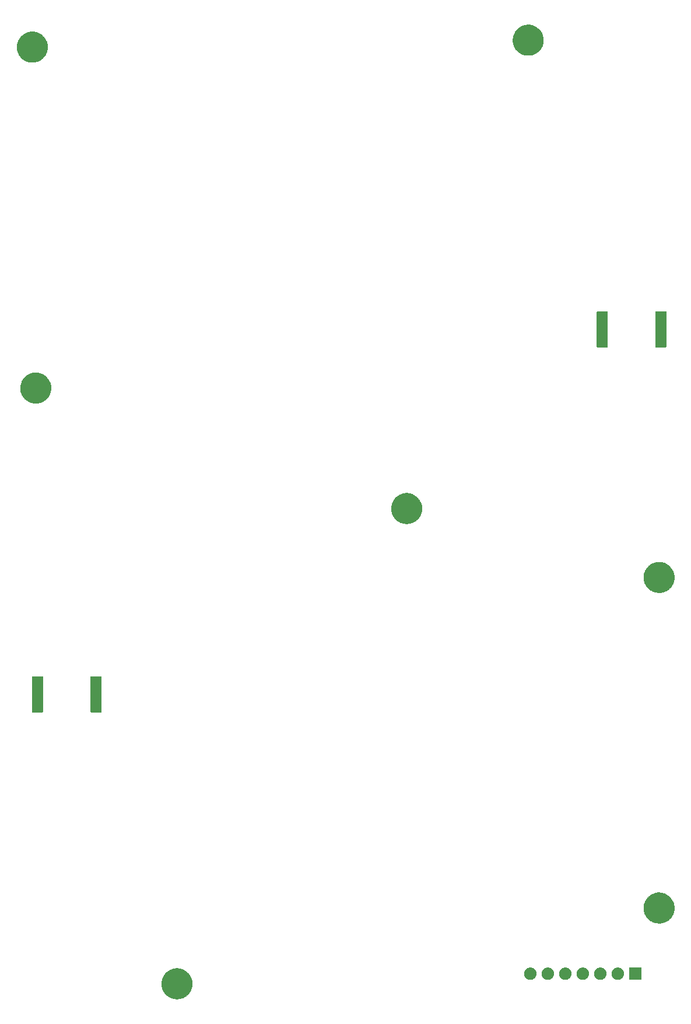
<source format=gbs>
G04 #@! TF.GenerationSoftware,KiCad,Pcbnew,(5.99.0-221-ga18d3cc)*
G04 #@! TF.CreationDate,2019-11-20T11:00:34-07:00*
G04 #@! TF.ProjectId,gva-pha202amp,6776612d-7068-4613-9230-32616d702e6b,rev?*
G04 #@! TF.SameCoordinates,Original*
G04 #@! TF.FileFunction,Soldermask,Bot*
G04 #@! TF.FilePolarity,Negative*
%FSLAX46Y46*%
G04 Gerber Fmt 4.6, Leading zero omitted, Abs format (unit mm)*
G04 Created by KiCad (PCBNEW (5.99.0-221-ga18d3cc)) date 2019-11-20 11:00:34*
%MOMM*%
%LPD*%
G04 APERTURE LIST*
%ADD10C,0.100000*%
G04 APERTURE END LIST*
D10*
G36*
X147127542Y-226749111D02*
G01*
X147149506Y-226749130D01*
X147269500Y-226765034D01*
X147399510Y-226779617D01*
X147422187Y-226785271D01*
X147442022Y-226787900D01*
X147560493Y-226819755D01*
X147689660Y-226851960D01*
X147709540Y-226859831D01*
X147726975Y-226864519D01*
X147841663Y-226912142D01*
X147967694Y-226962041D01*
X147984639Y-226971511D01*
X147999490Y-226977678D01*
X148108170Y-227040551D01*
X148228726Y-227107927D01*
X148242679Y-227118365D01*
X148254910Y-227125441D01*
X148355502Y-227202768D01*
X148468171Y-227287055D01*
X148479205Y-227297860D01*
X148488852Y-227305276D01*
X148579208Y-227395790D01*
X148681822Y-227496277D01*
X148690114Y-227506891D01*
X148697318Y-227514107D01*
X148775475Y-227616148D01*
X148865925Y-227731919D01*
X148871740Y-227741830D01*
X148876746Y-227748366D01*
X148940964Y-227859819D01*
X149017246Y-227989838D01*
X149020933Y-227998609D01*
X149024060Y-228004036D01*
X149072838Y-228122087D01*
X149133126Y-228265506D01*
X149135099Y-228272767D01*
X149136747Y-228276756D01*
X149168943Y-228397335D01*
X149211529Y-228554078D01*
X149212262Y-228559571D01*
X149212867Y-228561837D01*
X149227739Y-228675565D01*
X149251078Y-228850484D01*
X149251005Y-228853484D01*
X149251128Y-228854427D01*
X149250870Y-229149506D01*
X149242165Y-229215183D01*
X149241087Y-229259303D01*
X149223921Y-229352833D01*
X149212100Y-229442022D01*
X149197772Y-229495311D01*
X149187106Y-229553423D01*
X149158348Y-229641929D01*
X149135481Y-229726975D01*
X149113569Y-229779744D01*
X149094699Y-229837820D01*
X149055358Y-229919931D01*
X149022322Y-229999490D01*
X148992740Y-230050624D01*
X148965491Y-230107498D01*
X148916737Y-230182003D01*
X148874559Y-230254910D01*
X148837369Y-230303289D01*
X148801752Y-230357718D01*
X148744885Y-230423599D01*
X148694724Y-230488852D01*
X148650165Y-230533333D01*
X148606358Y-230584084D01*
X148542772Y-230640538D01*
X148485893Y-230697318D01*
X148434378Y-230736775D01*
X148382742Y-230782620D01*
X148313896Y-230829057D01*
X148251634Y-230876746D01*
X148193733Y-230910108D01*
X148134832Y-230949837D01*
X148062249Y-230985868D01*
X147995964Y-231024060D01*
X147932405Y-231050323D01*
X147866985Y-231082797D01*
X147792182Y-231108262D01*
X147723244Y-231136747D01*
X147654914Y-231154992D01*
X147583906Y-231179165D01*
X147508359Y-231194124D01*
X147438163Y-231212867D01*
X147366125Y-231222287D01*
X147290568Y-231237248D01*
X147215693Y-231241959D01*
X147145573Y-231251128D01*
X147070983Y-231251063D01*
X146992125Y-231256024D01*
X146919278Y-231250930D01*
X146850494Y-231250870D01*
X146774639Y-231240816D01*
X146693821Y-231235165D01*
X146624244Y-231220883D01*
X146557978Y-231212100D01*
X146482214Y-231191728D01*
X146400895Y-231175036D01*
X146335708Y-231152335D01*
X146273025Y-231135481D01*
X146198786Y-231104654D01*
X146118496Y-231076694D01*
X146058653Y-231046465D01*
X146000510Y-231022322D01*
X145929276Y-230981112D01*
X145851583Y-230941867D01*
X145797907Y-230905114D01*
X145745090Y-230874559D01*
X145678312Y-230823225D01*
X145604847Y-230772923D01*
X145557985Y-230730729D01*
X145511148Y-230694724D01*
X145450290Y-230633760D01*
X145382622Y-230572831D01*
X145343037Y-230526318D01*
X145302682Y-230485893D01*
X145249146Y-230415997D01*
X145188813Y-230345106D01*
X145156799Y-230295431D01*
X145123254Y-230251634D01*
X145078346Y-230173695D01*
X145026825Y-230093749D01*
X145002511Y-230042079D01*
X144975940Y-229995964D01*
X144940857Y-229911058D01*
X144899503Y-229823176D01*
X144882840Y-229770646D01*
X144863253Y-229723244D01*
X144839059Y-229632632D01*
X144809084Y-229538141D01*
X144799859Y-229485826D01*
X144787133Y-229438163D01*
X144774727Y-229343288D01*
X144757158Y-229243651D01*
X144755017Y-229192562D01*
X144748872Y-229145573D01*
X144748957Y-229048001D01*
X144744635Y-228944880D01*
X144749090Y-228895926D01*
X144749130Y-228850494D01*
X144762199Y-228751888D01*
X144771738Y-228647078D01*
X144782186Y-228601092D01*
X144787900Y-228557978D01*
X144814220Y-228460090D01*
X144837988Y-228355476D01*
X144853733Y-228313138D01*
X144864519Y-228273025D01*
X144904105Y-228177693D01*
X144942222Y-228075198D01*
X144962503Y-228037055D01*
X144977678Y-228000510D01*
X145030297Y-227909554D01*
X145082610Y-227811168D01*
X145106597Y-227777663D01*
X145125441Y-227745090D01*
X145190627Y-227660292D01*
X145256684Y-227568024D01*
X145283534Y-227539432D01*
X145305276Y-227511148D01*
X145382264Y-227434294D01*
X145461386Y-227350038D01*
X145490251Y-227326497D01*
X145514107Y-227302682D01*
X145601900Y-227235438D01*
X145693120Y-227161041D01*
X145723160Y-227142560D01*
X145748366Y-227123254D01*
X145845744Y-227067146D01*
X145947814Y-227004352D01*
X145978224Y-226990812D01*
X146004036Y-226975940D01*
X146109559Y-226932338D01*
X146220994Y-226882724D01*
X146251021Y-226873887D01*
X146276756Y-226863253D01*
X146388815Y-226833332D01*
X146507861Y-226798295D01*
X146536829Y-226793811D01*
X146561837Y-226787133D01*
X146678547Y-226771871D01*
X146803373Y-226752547D01*
X146830702Y-226751975D01*
X146854427Y-226748872D01*
X146973818Y-226748976D01*
X147102341Y-226746284D01*
X147127542Y-226749111D01*
G37*
G36*
X214409899Y-226641959D02*
G01*
X214426769Y-226653231D01*
X214438041Y-226670101D01*
X214444448Y-226702312D01*
X214444448Y-228377688D01*
X214441999Y-228390000D01*
X214438041Y-228409899D01*
X214426769Y-228426769D01*
X214409899Y-228438041D01*
X214390000Y-228441999D01*
X214377688Y-228444448D01*
X212702312Y-228444448D01*
X212670101Y-228438041D01*
X212653231Y-228426769D01*
X212641959Y-228409899D01*
X212635552Y-228377688D01*
X212635552Y-226702312D01*
X212641959Y-226670101D01*
X212653231Y-226653231D01*
X212670101Y-226641959D01*
X212702312Y-226635552D01*
X214377688Y-226635552D01*
X214409899Y-226641959D01*
G37*
G36*
X198488360Y-226653835D02*
G01*
X198569397Y-226680166D01*
X198656663Y-226707848D01*
X198659655Y-226709493D01*
X198668488Y-226712363D01*
X198740466Y-226753919D01*
X198811499Y-226792970D01*
X198818986Y-226799253D01*
X198832511Y-226807061D01*
X198890259Y-226859057D01*
X198946857Y-226906549D01*
X198956962Y-226919118D01*
X198973261Y-226933793D01*
X199015454Y-226991867D01*
X199057579Y-227044260D01*
X199067994Y-227064182D01*
X199084586Y-227087019D01*
X199111297Y-227147012D01*
X199139439Y-227200843D01*
X199147582Y-227228510D01*
X199161621Y-227260042D01*
X199173992Y-227318241D01*
X199189328Y-227370349D01*
X199192518Y-227405401D01*
X199200999Y-227445301D01*
X199200999Y-227498592D01*
X199205343Y-227546324D01*
X199200999Y-227587653D01*
X199200999Y-227634699D01*
X199191217Y-227680721D01*
X199186873Y-227722047D01*
X199172702Y-227767827D01*
X199161621Y-227819958D01*
X199145028Y-227857226D01*
X199134622Y-227890843D01*
X199108789Y-227938620D01*
X199084586Y-227992981D01*
X199064298Y-228020905D01*
X199050580Y-228046276D01*
X199011859Y-228093082D01*
X198973261Y-228146207D01*
X198952284Y-228165095D01*
X198937952Y-228182419D01*
X198885845Y-228224917D01*
X198832511Y-228272939D01*
X198813524Y-228283901D01*
X198801025Y-228294095D01*
X198735780Y-228328786D01*
X198668488Y-228367637D01*
X198653636Y-228372463D01*
X198645003Y-228377053D01*
X198567430Y-228400473D01*
X198488360Y-228426165D01*
X198479114Y-228427137D01*
X198475851Y-228428122D01*
X198384710Y-228437059D01*
X198347211Y-228441000D01*
X198252789Y-228441000D01*
X198111640Y-228426165D01*
X198030603Y-228399834D01*
X197943337Y-228372152D01*
X197940345Y-228370507D01*
X197931512Y-228367637D01*
X197859534Y-228326081D01*
X197788501Y-228287030D01*
X197781014Y-228280747D01*
X197767489Y-228272939D01*
X197709741Y-228220943D01*
X197653143Y-228173451D01*
X197643038Y-228160882D01*
X197626739Y-228146207D01*
X197584546Y-228088133D01*
X197542421Y-228035740D01*
X197532006Y-228015818D01*
X197515414Y-227992981D01*
X197488703Y-227932988D01*
X197460561Y-227879157D01*
X197452418Y-227851490D01*
X197438379Y-227819958D01*
X197426008Y-227761759D01*
X197410672Y-227709651D01*
X197407482Y-227674599D01*
X197399001Y-227634699D01*
X197399001Y-227581408D01*
X197394657Y-227533676D01*
X197399001Y-227492347D01*
X197399001Y-227445301D01*
X197408783Y-227399279D01*
X197413127Y-227357953D01*
X197427298Y-227312173D01*
X197438379Y-227260042D01*
X197454972Y-227222774D01*
X197465378Y-227189157D01*
X197491211Y-227141380D01*
X197515414Y-227087019D01*
X197535702Y-227059095D01*
X197549420Y-227033724D01*
X197588141Y-226986918D01*
X197626739Y-226933793D01*
X197647716Y-226914905D01*
X197662048Y-226897581D01*
X197714155Y-226855083D01*
X197767489Y-226807061D01*
X197786476Y-226796099D01*
X197798975Y-226785905D01*
X197864220Y-226751214D01*
X197931512Y-226712363D01*
X197946364Y-226707537D01*
X197954997Y-226702947D01*
X198032570Y-226679527D01*
X198111640Y-226653835D01*
X198120886Y-226652863D01*
X198124149Y-226651878D01*
X198215290Y-226642941D01*
X198252789Y-226639000D01*
X198347211Y-226639000D01*
X198488360Y-226653835D01*
G37*
G36*
X201028360Y-226653835D02*
G01*
X201109397Y-226680166D01*
X201196663Y-226707848D01*
X201199655Y-226709493D01*
X201208488Y-226712363D01*
X201280466Y-226753919D01*
X201351499Y-226792970D01*
X201358986Y-226799253D01*
X201372511Y-226807061D01*
X201430259Y-226859057D01*
X201486857Y-226906549D01*
X201496962Y-226919118D01*
X201513261Y-226933793D01*
X201555454Y-226991867D01*
X201597579Y-227044260D01*
X201607994Y-227064182D01*
X201624586Y-227087019D01*
X201651297Y-227147012D01*
X201679439Y-227200843D01*
X201687582Y-227228510D01*
X201701621Y-227260042D01*
X201713992Y-227318241D01*
X201729328Y-227370349D01*
X201732518Y-227405401D01*
X201740999Y-227445301D01*
X201740999Y-227498592D01*
X201745343Y-227546324D01*
X201740999Y-227587653D01*
X201740999Y-227634699D01*
X201731217Y-227680721D01*
X201726873Y-227722047D01*
X201712702Y-227767827D01*
X201701621Y-227819958D01*
X201685028Y-227857226D01*
X201674622Y-227890843D01*
X201648789Y-227938620D01*
X201624586Y-227992981D01*
X201604298Y-228020905D01*
X201590580Y-228046276D01*
X201551859Y-228093082D01*
X201513261Y-228146207D01*
X201492284Y-228165095D01*
X201477952Y-228182419D01*
X201425845Y-228224917D01*
X201372511Y-228272939D01*
X201353524Y-228283901D01*
X201341025Y-228294095D01*
X201275780Y-228328786D01*
X201208488Y-228367637D01*
X201193636Y-228372463D01*
X201185003Y-228377053D01*
X201107430Y-228400473D01*
X201028360Y-228426165D01*
X201019114Y-228427137D01*
X201015851Y-228428122D01*
X200924710Y-228437059D01*
X200887211Y-228441000D01*
X200792789Y-228441000D01*
X200651640Y-228426165D01*
X200570603Y-228399834D01*
X200483337Y-228372152D01*
X200480345Y-228370507D01*
X200471512Y-228367637D01*
X200399534Y-228326081D01*
X200328501Y-228287030D01*
X200321014Y-228280747D01*
X200307489Y-228272939D01*
X200249741Y-228220943D01*
X200193143Y-228173451D01*
X200183038Y-228160882D01*
X200166739Y-228146207D01*
X200124546Y-228088133D01*
X200082421Y-228035740D01*
X200072006Y-228015818D01*
X200055414Y-227992981D01*
X200028703Y-227932988D01*
X200000561Y-227879157D01*
X199992418Y-227851490D01*
X199978379Y-227819958D01*
X199966008Y-227761759D01*
X199950672Y-227709651D01*
X199947482Y-227674599D01*
X199939001Y-227634699D01*
X199939001Y-227581408D01*
X199934657Y-227533676D01*
X199939001Y-227492347D01*
X199939001Y-227445301D01*
X199948783Y-227399279D01*
X199953127Y-227357953D01*
X199967298Y-227312173D01*
X199978379Y-227260042D01*
X199994972Y-227222774D01*
X200005378Y-227189157D01*
X200031211Y-227141380D01*
X200055414Y-227087019D01*
X200075702Y-227059095D01*
X200089420Y-227033724D01*
X200128141Y-226986918D01*
X200166739Y-226933793D01*
X200187716Y-226914905D01*
X200202048Y-226897581D01*
X200254155Y-226855083D01*
X200307489Y-226807061D01*
X200326476Y-226796099D01*
X200338975Y-226785905D01*
X200404220Y-226751214D01*
X200471512Y-226712363D01*
X200486364Y-226707537D01*
X200494997Y-226702947D01*
X200572570Y-226679527D01*
X200651640Y-226653835D01*
X200660886Y-226652863D01*
X200664149Y-226651878D01*
X200755290Y-226642941D01*
X200792789Y-226639000D01*
X200887211Y-226639000D01*
X201028360Y-226653835D01*
G37*
G36*
X203568360Y-226653835D02*
G01*
X203649397Y-226680166D01*
X203736663Y-226707848D01*
X203739655Y-226709493D01*
X203748488Y-226712363D01*
X203820466Y-226753919D01*
X203891499Y-226792970D01*
X203898986Y-226799253D01*
X203912511Y-226807061D01*
X203970259Y-226859057D01*
X204026857Y-226906549D01*
X204036962Y-226919118D01*
X204053261Y-226933793D01*
X204095454Y-226991867D01*
X204137579Y-227044260D01*
X204147994Y-227064182D01*
X204164586Y-227087019D01*
X204191297Y-227147012D01*
X204219439Y-227200843D01*
X204227582Y-227228510D01*
X204241621Y-227260042D01*
X204253992Y-227318241D01*
X204269328Y-227370349D01*
X204272518Y-227405401D01*
X204280999Y-227445301D01*
X204280999Y-227498592D01*
X204285343Y-227546324D01*
X204280999Y-227587653D01*
X204280999Y-227634699D01*
X204271217Y-227680721D01*
X204266873Y-227722047D01*
X204252702Y-227767827D01*
X204241621Y-227819958D01*
X204225028Y-227857226D01*
X204214622Y-227890843D01*
X204188789Y-227938620D01*
X204164586Y-227992981D01*
X204144298Y-228020905D01*
X204130580Y-228046276D01*
X204091859Y-228093082D01*
X204053261Y-228146207D01*
X204032284Y-228165095D01*
X204017952Y-228182419D01*
X203965845Y-228224917D01*
X203912511Y-228272939D01*
X203893524Y-228283901D01*
X203881025Y-228294095D01*
X203815780Y-228328786D01*
X203748488Y-228367637D01*
X203733636Y-228372463D01*
X203725003Y-228377053D01*
X203647430Y-228400473D01*
X203568360Y-228426165D01*
X203559114Y-228427137D01*
X203555851Y-228428122D01*
X203464710Y-228437059D01*
X203427211Y-228441000D01*
X203332789Y-228441000D01*
X203191640Y-228426165D01*
X203110603Y-228399834D01*
X203023337Y-228372152D01*
X203020345Y-228370507D01*
X203011512Y-228367637D01*
X202939534Y-228326081D01*
X202868501Y-228287030D01*
X202861014Y-228280747D01*
X202847489Y-228272939D01*
X202789741Y-228220943D01*
X202733143Y-228173451D01*
X202723038Y-228160882D01*
X202706739Y-228146207D01*
X202664546Y-228088133D01*
X202622421Y-228035740D01*
X202612006Y-228015818D01*
X202595414Y-227992981D01*
X202568703Y-227932988D01*
X202540561Y-227879157D01*
X202532418Y-227851490D01*
X202518379Y-227819958D01*
X202506008Y-227761759D01*
X202490672Y-227709651D01*
X202487482Y-227674599D01*
X202479001Y-227634699D01*
X202479001Y-227581408D01*
X202474657Y-227533676D01*
X202479001Y-227492347D01*
X202479001Y-227445301D01*
X202488783Y-227399279D01*
X202493127Y-227357953D01*
X202507298Y-227312173D01*
X202518379Y-227260042D01*
X202534972Y-227222774D01*
X202545378Y-227189157D01*
X202571211Y-227141380D01*
X202595414Y-227087019D01*
X202615702Y-227059095D01*
X202629420Y-227033724D01*
X202668141Y-226986918D01*
X202706739Y-226933793D01*
X202727716Y-226914905D01*
X202742048Y-226897581D01*
X202794155Y-226855083D01*
X202847489Y-226807061D01*
X202866476Y-226796099D01*
X202878975Y-226785905D01*
X202944220Y-226751214D01*
X203011512Y-226712363D01*
X203026364Y-226707537D01*
X203034997Y-226702947D01*
X203112570Y-226679527D01*
X203191640Y-226653835D01*
X203200886Y-226652863D01*
X203204149Y-226651878D01*
X203295290Y-226642941D01*
X203332789Y-226639000D01*
X203427211Y-226639000D01*
X203568360Y-226653835D01*
G37*
G36*
X206108360Y-226653835D02*
G01*
X206189397Y-226680166D01*
X206276663Y-226707848D01*
X206279655Y-226709493D01*
X206288488Y-226712363D01*
X206360466Y-226753919D01*
X206431499Y-226792970D01*
X206438986Y-226799253D01*
X206452511Y-226807061D01*
X206510259Y-226859057D01*
X206566857Y-226906549D01*
X206576962Y-226919118D01*
X206593261Y-226933793D01*
X206635454Y-226991867D01*
X206677579Y-227044260D01*
X206687994Y-227064182D01*
X206704586Y-227087019D01*
X206731297Y-227147012D01*
X206759439Y-227200843D01*
X206767582Y-227228510D01*
X206781621Y-227260042D01*
X206793992Y-227318241D01*
X206809328Y-227370349D01*
X206812518Y-227405401D01*
X206820999Y-227445301D01*
X206820999Y-227498592D01*
X206825343Y-227546324D01*
X206820999Y-227587653D01*
X206820999Y-227634699D01*
X206811217Y-227680721D01*
X206806873Y-227722047D01*
X206792702Y-227767827D01*
X206781621Y-227819958D01*
X206765028Y-227857226D01*
X206754622Y-227890843D01*
X206728789Y-227938620D01*
X206704586Y-227992981D01*
X206684298Y-228020905D01*
X206670580Y-228046276D01*
X206631859Y-228093082D01*
X206593261Y-228146207D01*
X206572284Y-228165095D01*
X206557952Y-228182419D01*
X206505845Y-228224917D01*
X206452511Y-228272939D01*
X206433524Y-228283901D01*
X206421025Y-228294095D01*
X206355780Y-228328786D01*
X206288488Y-228367637D01*
X206273636Y-228372463D01*
X206265003Y-228377053D01*
X206187430Y-228400473D01*
X206108360Y-228426165D01*
X206099114Y-228427137D01*
X206095851Y-228428122D01*
X206004710Y-228437059D01*
X205967211Y-228441000D01*
X205872789Y-228441000D01*
X205731640Y-228426165D01*
X205650603Y-228399834D01*
X205563337Y-228372152D01*
X205560345Y-228370507D01*
X205551512Y-228367637D01*
X205479534Y-228326081D01*
X205408501Y-228287030D01*
X205401014Y-228280747D01*
X205387489Y-228272939D01*
X205329741Y-228220943D01*
X205273143Y-228173451D01*
X205263038Y-228160882D01*
X205246739Y-228146207D01*
X205204546Y-228088133D01*
X205162421Y-228035740D01*
X205152006Y-228015818D01*
X205135414Y-227992981D01*
X205108703Y-227932988D01*
X205080561Y-227879157D01*
X205072418Y-227851490D01*
X205058379Y-227819958D01*
X205046008Y-227761759D01*
X205030672Y-227709651D01*
X205027482Y-227674599D01*
X205019001Y-227634699D01*
X205019001Y-227581408D01*
X205014657Y-227533676D01*
X205019001Y-227492347D01*
X205019001Y-227445301D01*
X205028783Y-227399279D01*
X205033127Y-227357953D01*
X205047298Y-227312173D01*
X205058379Y-227260042D01*
X205074972Y-227222774D01*
X205085378Y-227189157D01*
X205111211Y-227141380D01*
X205135414Y-227087019D01*
X205155702Y-227059095D01*
X205169420Y-227033724D01*
X205208141Y-226986918D01*
X205246739Y-226933793D01*
X205267716Y-226914905D01*
X205282048Y-226897581D01*
X205334155Y-226855083D01*
X205387489Y-226807061D01*
X205406476Y-226796099D01*
X205418975Y-226785905D01*
X205484220Y-226751214D01*
X205551512Y-226712363D01*
X205566364Y-226707537D01*
X205574997Y-226702947D01*
X205652570Y-226679527D01*
X205731640Y-226653835D01*
X205740886Y-226652863D01*
X205744149Y-226651878D01*
X205835290Y-226642941D01*
X205872789Y-226639000D01*
X205967211Y-226639000D01*
X206108360Y-226653835D01*
G37*
G36*
X208648360Y-226653835D02*
G01*
X208729397Y-226680166D01*
X208816663Y-226707848D01*
X208819655Y-226709493D01*
X208828488Y-226712363D01*
X208900466Y-226753919D01*
X208971499Y-226792970D01*
X208978986Y-226799253D01*
X208992511Y-226807061D01*
X209050259Y-226859057D01*
X209106857Y-226906549D01*
X209116962Y-226919118D01*
X209133261Y-226933793D01*
X209175454Y-226991867D01*
X209217579Y-227044260D01*
X209227994Y-227064182D01*
X209244586Y-227087019D01*
X209271297Y-227147012D01*
X209299439Y-227200843D01*
X209307582Y-227228510D01*
X209321621Y-227260042D01*
X209333992Y-227318241D01*
X209349328Y-227370349D01*
X209352518Y-227405401D01*
X209360999Y-227445301D01*
X209360999Y-227498592D01*
X209365343Y-227546324D01*
X209360999Y-227587653D01*
X209360999Y-227634699D01*
X209351217Y-227680721D01*
X209346873Y-227722047D01*
X209332702Y-227767827D01*
X209321621Y-227819958D01*
X209305028Y-227857226D01*
X209294622Y-227890843D01*
X209268789Y-227938620D01*
X209244586Y-227992981D01*
X209224298Y-228020905D01*
X209210580Y-228046276D01*
X209171859Y-228093082D01*
X209133261Y-228146207D01*
X209112284Y-228165095D01*
X209097952Y-228182419D01*
X209045845Y-228224917D01*
X208992511Y-228272939D01*
X208973524Y-228283901D01*
X208961025Y-228294095D01*
X208895780Y-228328786D01*
X208828488Y-228367637D01*
X208813636Y-228372463D01*
X208805003Y-228377053D01*
X208727430Y-228400473D01*
X208648360Y-228426165D01*
X208639114Y-228427137D01*
X208635851Y-228428122D01*
X208544710Y-228437059D01*
X208507211Y-228441000D01*
X208412789Y-228441000D01*
X208271640Y-228426165D01*
X208190603Y-228399834D01*
X208103337Y-228372152D01*
X208100345Y-228370507D01*
X208091512Y-228367637D01*
X208019534Y-228326081D01*
X207948501Y-228287030D01*
X207941014Y-228280747D01*
X207927489Y-228272939D01*
X207869741Y-228220943D01*
X207813143Y-228173451D01*
X207803038Y-228160882D01*
X207786739Y-228146207D01*
X207744546Y-228088133D01*
X207702421Y-228035740D01*
X207692006Y-228015818D01*
X207675414Y-227992981D01*
X207648703Y-227932988D01*
X207620561Y-227879157D01*
X207612418Y-227851490D01*
X207598379Y-227819958D01*
X207586008Y-227761759D01*
X207570672Y-227709651D01*
X207567482Y-227674599D01*
X207559001Y-227634699D01*
X207559001Y-227581408D01*
X207554657Y-227533676D01*
X207559001Y-227492347D01*
X207559001Y-227445301D01*
X207568783Y-227399279D01*
X207573127Y-227357953D01*
X207587298Y-227312173D01*
X207598379Y-227260042D01*
X207614972Y-227222774D01*
X207625378Y-227189157D01*
X207651211Y-227141380D01*
X207675414Y-227087019D01*
X207695702Y-227059095D01*
X207709420Y-227033724D01*
X207748141Y-226986918D01*
X207786739Y-226933793D01*
X207807716Y-226914905D01*
X207822048Y-226897581D01*
X207874155Y-226855083D01*
X207927489Y-226807061D01*
X207946476Y-226796099D01*
X207958975Y-226785905D01*
X208024220Y-226751214D01*
X208091512Y-226712363D01*
X208106364Y-226707537D01*
X208114997Y-226702947D01*
X208192570Y-226679527D01*
X208271640Y-226653835D01*
X208280886Y-226652863D01*
X208284149Y-226651878D01*
X208375290Y-226642941D01*
X208412789Y-226639000D01*
X208507211Y-226639000D01*
X208648360Y-226653835D01*
G37*
G36*
X211188360Y-226653835D02*
G01*
X211269397Y-226680166D01*
X211356663Y-226707848D01*
X211359655Y-226709493D01*
X211368488Y-226712363D01*
X211440466Y-226753919D01*
X211511499Y-226792970D01*
X211518986Y-226799253D01*
X211532511Y-226807061D01*
X211590259Y-226859057D01*
X211646857Y-226906549D01*
X211656962Y-226919118D01*
X211673261Y-226933793D01*
X211715454Y-226991867D01*
X211757579Y-227044260D01*
X211767994Y-227064182D01*
X211784586Y-227087019D01*
X211811297Y-227147012D01*
X211839439Y-227200843D01*
X211847582Y-227228510D01*
X211861621Y-227260042D01*
X211873992Y-227318241D01*
X211889328Y-227370349D01*
X211892518Y-227405401D01*
X211900999Y-227445301D01*
X211900999Y-227498592D01*
X211905343Y-227546324D01*
X211900999Y-227587653D01*
X211900999Y-227634699D01*
X211891217Y-227680721D01*
X211886873Y-227722047D01*
X211872702Y-227767827D01*
X211861621Y-227819958D01*
X211845028Y-227857226D01*
X211834622Y-227890843D01*
X211808789Y-227938620D01*
X211784586Y-227992981D01*
X211764298Y-228020905D01*
X211750580Y-228046276D01*
X211711859Y-228093082D01*
X211673261Y-228146207D01*
X211652284Y-228165095D01*
X211637952Y-228182419D01*
X211585845Y-228224917D01*
X211532511Y-228272939D01*
X211513524Y-228283901D01*
X211501025Y-228294095D01*
X211435780Y-228328786D01*
X211368488Y-228367637D01*
X211353636Y-228372463D01*
X211345003Y-228377053D01*
X211267430Y-228400473D01*
X211188360Y-228426165D01*
X211179114Y-228427137D01*
X211175851Y-228428122D01*
X211084710Y-228437059D01*
X211047211Y-228441000D01*
X210952789Y-228441000D01*
X210811640Y-228426165D01*
X210730603Y-228399834D01*
X210643337Y-228372152D01*
X210640345Y-228370507D01*
X210631512Y-228367637D01*
X210559534Y-228326081D01*
X210488501Y-228287030D01*
X210481014Y-228280747D01*
X210467489Y-228272939D01*
X210409741Y-228220943D01*
X210353143Y-228173451D01*
X210343038Y-228160882D01*
X210326739Y-228146207D01*
X210284546Y-228088133D01*
X210242421Y-228035740D01*
X210232006Y-228015818D01*
X210215414Y-227992981D01*
X210188703Y-227932988D01*
X210160561Y-227879157D01*
X210152418Y-227851490D01*
X210138379Y-227819958D01*
X210126008Y-227761759D01*
X210110672Y-227709651D01*
X210107482Y-227674599D01*
X210099001Y-227634699D01*
X210099001Y-227581408D01*
X210094657Y-227533676D01*
X210099001Y-227492347D01*
X210099001Y-227445301D01*
X210108783Y-227399279D01*
X210113127Y-227357953D01*
X210127298Y-227312173D01*
X210138379Y-227260042D01*
X210154972Y-227222774D01*
X210165378Y-227189157D01*
X210191211Y-227141380D01*
X210215414Y-227087019D01*
X210235702Y-227059095D01*
X210249420Y-227033724D01*
X210288141Y-226986918D01*
X210326739Y-226933793D01*
X210347716Y-226914905D01*
X210362048Y-226897581D01*
X210414155Y-226855083D01*
X210467489Y-226807061D01*
X210486476Y-226796099D01*
X210498975Y-226785905D01*
X210564220Y-226751214D01*
X210631512Y-226712363D01*
X210646364Y-226707537D01*
X210654997Y-226702947D01*
X210732570Y-226679527D01*
X210811640Y-226653835D01*
X210820886Y-226652863D01*
X210824149Y-226651878D01*
X210915290Y-226642941D01*
X210952789Y-226639000D01*
X211047211Y-226639000D01*
X211188360Y-226653835D01*
G37*
G36*
X217127542Y-215749111D02*
G01*
X217149506Y-215749130D01*
X217269500Y-215765034D01*
X217399510Y-215779617D01*
X217422187Y-215785271D01*
X217442022Y-215787900D01*
X217560493Y-215819755D01*
X217689660Y-215851960D01*
X217709540Y-215859831D01*
X217726975Y-215864519D01*
X217841663Y-215912142D01*
X217967694Y-215962041D01*
X217984639Y-215971511D01*
X217999490Y-215977678D01*
X218108170Y-216040551D01*
X218228726Y-216107927D01*
X218242679Y-216118365D01*
X218254910Y-216125441D01*
X218355502Y-216202768D01*
X218468171Y-216287055D01*
X218479205Y-216297860D01*
X218488852Y-216305276D01*
X218579208Y-216395790D01*
X218681822Y-216496277D01*
X218690114Y-216506891D01*
X218697318Y-216514107D01*
X218775475Y-216616148D01*
X218865925Y-216731919D01*
X218871740Y-216741830D01*
X218876746Y-216748366D01*
X218940964Y-216859819D01*
X219017246Y-216989838D01*
X219020933Y-216998609D01*
X219024060Y-217004036D01*
X219072838Y-217122087D01*
X219133126Y-217265506D01*
X219135099Y-217272767D01*
X219136747Y-217276756D01*
X219168943Y-217397335D01*
X219211529Y-217554078D01*
X219212262Y-217559571D01*
X219212867Y-217561837D01*
X219227739Y-217675565D01*
X219251078Y-217850484D01*
X219251005Y-217853484D01*
X219251128Y-217854427D01*
X219250870Y-218149506D01*
X219242165Y-218215183D01*
X219241087Y-218259303D01*
X219223921Y-218352833D01*
X219212100Y-218442022D01*
X219197772Y-218495311D01*
X219187106Y-218553423D01*
X219158348Y-218641929D01*
X219135481Y-218726975D01*
X219113569Y-218779744D01*
X219094699Y-218837820D01*
X219055358Y-218919931D01*
X219022322Y-218999490D01*
X218992740Y-219050624D01*
X218965491Y-219107498D01*
X218916737Y-219182003D01*
X218874559Y-219254910D01*
X218837369Y-219303289D01*
X218801752Y-219357718D01*
X218744885Y-219423599D01*
X218694724Y-219488852D01*
X218650165Y-219533333D01*
X218606358Y-219584084D01*
X218542772Y-219640538D01*
X218485893Y-219697318D01*
X218434378Y-219736775D01*
X218382742Y-219782620D01*
X218313896Y-219829057D01*
X218251634Y-219876746D01*
X218193733Y-219910108D01*
X218134832Y-219949837D01*
X218062249Y-219985868D01*
X217995964Y-220024060D01*
X217932405Y-220050323D01*
X217866985Y-220082797D01*
X217792182Y-220108262D01*
X217723244Y-220136747D01*
X217654914Y-220154992D01*
X217583906Y-220179165D01*
X217508359Y-220194124D01*
X217438163Y-220212867D01*
X217366125Y-220222287D01*
X217290568Y-220237248D01*
X217215693Y-220241959D01*
X217145573Y-220251128D01*
X217070983Y-220251063D01*
X216992125Y-220256024D01*
X216919278Y-220250930D01*
X216850494Y-220250870D01*
X216774639Y-220240816D01*
X216693821Y-220235165D01*
X216624244Y-220220883D01*
X216557978Y-220212100D01*
X216482214Y-220191728D01*
X216400895Y-220175036D01*
X216335708Y-220152335D01*
X216273025Y-220135481D01*
X216198786Y-220104654D01*
X216118496Y-220076694D01*
X216058653Y-220046465D01*
X216000510Y-220022322D01*
X215929276Y-219981112D01*
X215851583Y-219941867D01*
X215797907Y-219905114D01*
X215745090Y-219874559D01*
X215678312Y-219823225D01*
X215604847Y-219772923D01*
X215557985Y-219730729D01*
X215511148Y-219694724D01*
X215450290Y-219633760D01*
X215382622Y-219572831D01*
X215343037Y-219526318D01*
X215302682Y-219485893D01*
X215249146Y-219415997D01*
X215188813Y-219345106D01*
X215156799Y-219295431D01*
X215123254Y-219251634D01*
X215078346Y-219173695D01*
X215026825Y-219093749D01*
X215002511Y-219042079D01*
X214975940Y-218995964D01*
X214940857Y-218911058D01*
X214899503Y-218823176D01*
X214882840Y-218770646D01*
X214863253Y-218723244D01*
X214839059Y-218632632D01*
X214809084Y-218538141D01*
X214799859Y-218485826D01*
X214787133Y-218438163D01*
X214774727Y-218343288D01*
X214757158Y-218243651D01*
X214755017Y-218192562D01*
X214748872Y-218145573D01*
X214748957Y-218048001D01*
X214744635Y-217944880D01*
X214749090Y-217895926D01*
X214749130Y-217850494D01*
X214762199Y-217751888D01*
X214771738Y-217647078D01*
X214782186Y-217601092D01*
X214787900Y-217557978D01*
X214814220Y-217460090D01*
X214837988Y-217355476D01*
X214853733Y-217313138D01*
X214864519Y-217273025D01*
X214904105Y-217177693D01*
X214942222Y-217075198D01*
X214962503Y-217037055D01*
X214977678Y-217000510D01*
X215030297Y-216909554D01*
X215082610Y-216811168D01*
X215106597Y-216777663D01*
X215125441Y-216745090D01*
X215190627Y-216660292D01*
X215256684Y-216568024D01*
X215283534Y-216539432D01*
X215305276Y-216511148D01*
X215382264Y-216434294D01*
X215461386Y-216350038D01*
X215490251Y-216326497D01*
X215514107Y-216302682D01*
X215601900Y-216235438D01*
X215693120Y-216161041D01*
X215723160Y-216142560D01*
X215748366Y-216123254D01*
X215845744Y-216067146D01*
X215947814Y-216004352D01*
X215978224Y-215990812D01*
X216004036Y-215975940D01*
X216109559Y-215932338D01*
X216220994Y-215882724D01*
X216251021Y-215873887D01*
X216276756Y-215863253D01*
X216388815Y-215833332D01*
X216507861Y-215798295D01*
X216536829Y-215793811D01*
X216561837Y-215787133D01*
X216678547Y-215771871D01*
X216803373Y-215752547D01*
X216830702Y-215751975D01*
X216854427Y-215748872D01*
X216973818Y-215748976D01*
X217102341Y-215746284D01*
X217127542Y-215749111D01*
G37*
G36*
X136019899Y-184411959D02*
G01*
X136036769Y-184423231D01*
X136048041Y-184440101D01*
X136054448Y-184472312D01*
X136054448Y-189527688D01*
X136051999Y-189540000D01*
X136048041Y-189559899D01*
X136036769Y-189576769D01*
X136019899Y-189588041D01*
X136000000Y-189591999D01*
X135987688Y-189594448D01*
X134512312Y-189594448D01*
X134480101Y-189588041D01*
X134463231Y-189576769D01*
X134451959Y-189559899D01*
X134445552Y-189527688D01*
X134445552Y-184472312D01*
X134451959Y-184440101D01*
X134463231Y-184423231D01*
X134480101Y-184411959D01*
X134512312Y-184405552D01*
X135987688Y-184405552D01*
X136019899Y-184411959D01*
G37*
G36*
X127519899Y-184411959D02*
G01*
X127536769Y-184423231D01*
X127548041Y-184440101D01*
X127554448Y-184472312D01*
X127554448Y-189527688D01*
X127551999Y-189540000D01*
X127548041Y-189559899D01*
X127536769Y-189576769D01*
X127519899Y-189588041D01*
X127500000Y-189591999D01*
X127487688Y-189594448D01*
X126012312Y-189594448D01*
X125980101Y-189588041D01*
X125963231Y-189576769D01*
X125951959Y-189559899D01*
X125945552Y-189527688D01*
X125945552Y-184472312D01*
X125951959Y-184440101D01*
X125963231Y-184423231D01*
X125980101Y-184411959D01*
X126012312Y-184405552D01*
X127487688Y-184405552D01*
X127519899Y-184411959D01*
G37*
G36*
X217127542Y-167749111D02*
G01*
X217149506Y-167749130D01*
X217269500Y-167765034D01*
X217399510Y-167779617D01*
X217422187Y-167785271D01*
X217442022Y-167787900D01*
X217560493Y-167819755D01*
X217689660Y-167851960D01*
X217709540Y-167859831D01*
X217726975Y-167864519D01*
X217841663Y-167912142D01*
X217967694Y-167962041D01*
X217984639Y-167971511D01*
X217999490Y-167977678D01*
X218108170Y-168040551D01*
X218228726Y-168107927D01*
X218242679Y-168118365D01*
X218254910Y-168125441D01*
X218355502Y-168202768D01*
X218468171Y-168287055D01*
X218479205Y-168297860D01*
X218488852Y-168305276D01*
X218579208Y-168395790D01*
X218681822Y-168496277D01*
X218690114Y-168506891D01*
X218697318Y-168514107D01*
X218775475Y-168616148D01*
X218865925Y-168731919D01*
X218871740Y-168741830D01*
X218876746Y-168748366D01*
X218940964Y-168859819D01*
X219017246Y-168989838D01*
X219020933Y-168998609D01*
X219024060Y-169004036D01*
X219072838Y-169122087D01*
X219133126Y-169265506D01*
X219135099Y-169272767D01*
X219136747Y-169276756D01*
X219168943Y-169397335D01*
X219211529Y-169554078D01*
X219212262Y-169559571D01*
X219212867Y-169561837D01*
X219227739Y-169675565D01*
X219251078Y-169850484D01*
X219251005Y-169853484D01*
X219251128Y-169854427D01*
X219250870Y-170149506D01*
X219242165Y-170215183D01*
X219241087Y-170259303D01*
X219223921Y-170352833D01*
X219212100Y-170442022D01*
X219197772Y-170495311D01*
X219187106Y-170553423D01*
X219158348Y-170641929D01*
X219135481Y-170726975D01*
X219113569Y-170779744D01*
X219094699Y-170837820D01*
X219055358Y-170919931D01*
X219022322Y-170999490D01*
X218992740Y-171050624D01*
X218965491Y-171107498D01*
X218916737Y-171182003D01*
X218874559Y-171254910D01*
X218837369Y-171303289D01*
X218801752Y-171357718D01*
X218744885Y-171423599D01*
X218694724Y-171488852D01*
X218650165Y-171533333D01*
X218606358Y-171584084D01*
X218542772Y-171640538D01*
X218485893Y-171697318D01*
X218434378Y-171736775D01*
X218382742Y-171782620D01*
X218313896Y-171829057D01*
X218251634Y-171876746D01*
X218193733Y-171910108D01*
X218134832Y-171949837D01*
X218062249Y-171985868D01*
X217995964Y-172024060D01*
X217932405Y-172050323D01*
X217866985Y-172082797D01*
X217792182Y-172108262D01*
X217723244Y-172136747D01*
X217654914Y-172154992D01*
X217583906Y-172179165D01*
X217508359Y-172194124D01*
X217438163Y-172212867D01*
X217366125Y-172222287D01*
X217290568Y-172237248D01*
X217215693Y-172241959D01*
X217145573Y-172251128D01*
X217070983Y-172251063D01*
X216992125Y-172256024D01*
X216919278Y-172250930D01*
X216850494Y-172250870D01*
X216774639Y-172240816D01*
X216693821Y-172235165D01*
X216624244Y-172220883D01*
X216557978Y-172212100D01*
X216482214Y-172191728D01*
X216400895Y-172175036D01*
X216335708Y-172152335D01*
X216273025Y-172135481D01*
X216198786Y-172104654D01*
X216118496Y-172076694D01*
X216058653Y-172046465D01*
X216000510Y-172022322D01*
X215929276Y-171981112D01*
X215851583Y-171941867D01*
X215797907Y-171905114D01*
X215745090Y-171874559D01*
X215678312Y-171823225D01*
X215604847Y-171772923D01*
X215557985Y-171730729D01*
X215511148Y-171694724D01*
X215450290Y-171633760D01*
X215382622Y-171572831D01*
X215343037Y-171526318D01*
X215302682Y-171485893D01*
X215249146Y-171415997D01*
X215188813Y-171345106D01*
X215156799Y-171295431D01*
X215123254Y-171251634D01*
X215078346Y-171173695D01*
X215026825Y-171093749D01*
X215002511Y-171042079D01*
X214975940Y-170995964D01*
X214940857Y-170911058D01*
X214899503Y-170823176D01*
X214882840Y-170770646D01*
X214863253Y-170723244D01*
X214839059Y-170632632D01*
X214809084Y-170538141D01*
X214799859Y-170485826D01*
X214787133Y-170438163D01*
X214774727Y-170343288D01*
X214757158Y-170243651D01*
X214755017Y-170192562D01*
X214748872Y-170145573D01*
X214748957Y-170048001D01*
X214744635Y-169944880D01*
X214749090Y-169895926D01*
X214749130Y-169850494D01*
X214762199Y-169751888D01*
X214771738Y-169647078D01*
X214782186Y-169601092D01*
X214787900Y-169557978D01*
X214814220Y-169460090D01*
X214837988Y-169355476D01*
X214853733Y-169313138D01*
X214864519Y-169273025D01*
X214904105Y-169177693D01*
X214942222Y-169075198D01*
X214962503Y-169037055D01*
X214977678Y-169000510D01*
X215030297Y-168909554D01*
X215082610Y-168811168D01*
X215106597Y-168777663D01*
X215125441Y-168745090D01*
X215190627Y-168660292D01*
X215256684Y-168568024D01*
X215283534Y-168539432D01*
X215305276Y-168511148D01*
X215382264Y-168434294D01*
X215461386Y-168350038D01*
X215490251Y-168326497D01*
X215514107Y-168302682D01*
X215601900Y-168235438D01*
X215693120Y-168161041D01*
X215723160Y-168142560D01*
X215748366Y-168123254D01*
X215845744Y-168067146D01*
X215947814Y-168004352D01*
X215978224Y-167990812D01*
X216004036Y-167975940D01*
X216109559Y-167932338D01*
X216220994Y-167882724D01*
X216251021Y-167873887D01*
X216276756Y-167863253D01*
X216388815Y-167833332D01*
X216507861Y-167798295D01*
X216536829Y-167793811D01*
X216561837Y-167787133D01*
X216678547Y-167771871D01*
X216803373Y-167752547D01*
X216830702Y-167751975D01*
X216854427Y-167748872D01*
X216973818Y-167748976D01*
X217102341Y-167746284D01*
X217127542Y-167749111D01*
G37*
G36*
X180477542Y-157749111D02*
G01*
X180499506Y-157749130D01*
X180619500Y-157765034D01*
X180749510Y-157779617D01*
X180772187Y-157785271D01*
X180792022Y-157787900D01*
X180910493Y-157819755D01*
X181039660Y-157851960D01*
X181059540Y-157859831D01*
X181076975Y-157864519D01*
X181191663Y-157912142D01*
X181317694Y-157962041D01*
X181334639Y-157971511D01*
X181349490Y-157977678D01*
X181458170Y-158040551D01*
X181578726Y-158107927D01*
X181592679Y-158118365D01*
X181604910Y-158125441D01*
X181705502Y-158202768D01*
X181818171Y-158287055D01*
X181829205Y-158297860D01*
X181838852Y-158305276D01*
X181929208Y-158395790D01*
X182031822Y-158496277D01*
X182040114Y-158506891D01*
X182047318Y-158514107D01*
X182125475Y-158616148D01*
X182215925Y-158731919D01*
X182221740Y-158741830D01*
X182226746Y-158748366D01*
X182290964Y-158859819D01*
X182367246Y-158989838D01*
X182370933Y-158998609D01*
X182374060Y-159004036D01*
X182422838Y-159122087D01*
X182483126Y-159265506D01*
X182485099Y-159272767D01*
X182486747Y-159276756D01*
X182518943Y-159397335D01*
X182561529Y-159554078D01*
X182562262Y-159559571D01*
X182562867Y-159561837D01*
X182577739Y-159675565D01*
X182601078Y-159850484D01*
X182601005Y-159853484D01*
X182601128Y-159854427D01*
X182600870Y-160149506D01*
X182592165Y-160215183D01*
X182591087Y-160259303D01*
X182573921Y-160352833D01*
X182562100Y-160442022D01*
X182547772Y-160495311D01*
X182537106Y-160553423D01*
X182508348Y-160641929D01*
X182485481Y-160726975D01*
X182463569Y-160779744D01*
X182444699Y-160837820D01*
X182405358Y-160919931D01*
X182372322Y-160999490D01*
X182342740Y-161050624D01*
X182315491Y-161107498D01*
X182266737Y-161182003D01*
X182224559Y-161254910D01*
X182187369Y-161303289D01*
X182151752Y-161357718D01*
X182094885Y-161423599D01*
X182044724Y-161488852D01*
X182000165Y-161533333D01*
X181956358Y-161584084D01*
X181892772Y-161640538D01*
X181835893Y-161697318D01*
X181784378Y-161736775D01*
X181732742Y-161782620D01*
X181663896Y-161829057D01*
X181601634Y-161876746D01*
X181543733Y-161910108D01*
X181484832Y-161949837D01*
X181412249Y-161985868D01*
X181345964Y-162024060D01*
X181282405Y-162050323D01*
X181216985Y-162082797D01*
X181142182Y-162108262D01*
X181073244Y-162136747D01*
X181004914Y-162154992D01*
X180933906Y-162179165D01*
X180858359Y-162194124D01*
X180788163Y-162212867D01*
X180716125Y-162222287D01*
X180640568Y-162237248D01*
X180565693Y-162241959D01*
X180495573Y-162251128D01*
X180420983Y-162251063D01*
X180342125Y-162256024D01*
X180269278Y-162250930D01*
X180200494Y-162250870D01*
X180124639Y-162240816D01*
X180043821Y-162235165D01*
X179974244Y-162220883D01*
X179907978Y-162212100D01*
X179832214Y-162191728D01*
X179750895Y-162175036D01*
X179685708Y-162152335D01*
X179623025Y-162135481D01*
X179548786Y-162104654D01*
X179468496Y-162076694D01*
X179408653Y-162046465D01*
X179350510Y-162022322D01*
X179279276Y-161981112D01*
X179201583Y-161941867D01*
X179147907Y-161905114D01*
X179095090Y-161874559D01*
X179028312Y-161823225D01*
X178954847Y-161772923D01*
X178907985Y-161730729D01*
X178861148Y-161694724D01*
X178800290Y-161633760D01*
X178732622Y-161572831D01*
X178693037Y-161526318D01*
X178652682Y-161485893D01*
X178599146Y-161415997D01*
X178538813Y-161345106D01*
X178506799Y-161295431D01*
X178473254Y-161251634D01*
X178428346Y-161173695D01*
X178376825Y-161093749D01*
X178352511Y-161042079D01*
X178325940Y-160995964D01*
X178290857Y-160911058D01*
X178249503Y-160823176D01*
X178232840Y-160770646D01*
X178213253Y-160723244D01*
X178189059Y-160632632D01*
X178159084Y-160538141D01*
X178149859Y-160485826D01*
X178137133Y-160438163D01*
X178124727Y-160343288D01*
X178107158Y-160243651D01*
X178105017Y-160192562D01*
X178098872Y-160145573D01*
X178098957Y-160048001D01*
X178094635Y-159944880D01*
X178099090Y-159895926D01*
X178099130Y-159850494D01*
X178112199Y-159751888D01*
X178121738Y-159647078D01*
X178132186Y-159601092D01*
X178137900Y-159557978D01*
X178164220Y-159460090D01*
X178187988Y-159355476D01*
X178203733Y-159313138D01*
X178214519Y-159273025D01*
X178254105Y-159177693D01*
X178292222Y-159075198D01*
X178312503Y-159037055D01*
X178327678Y-159000510D01*
X178380297Y-158909554D01*
X178432610Y-158811168D01*
X178456597Y-158777663D01*
X178475441Y-158745090D01*
X178540627Y-158660292D01*
X178606684Y-158568024D01*
X178633534Y-158539432D01*
X178655276Y-158511148D01*
X178732264Y-158434294D01*
X178811386Y-158350038D01*
X178840251Y-158326497D01*
X178864107Y-158302682D01*
X178951900Y-158235438D01*
X179043120Y-158161041D01*
X179073160Y-158142560D01*
X179098366Y-158123254D01*
X179195744Y-158067146D01*
X179297814Y-158004352D01*
X179328224Y-157990812D01*
X179354036Y-157975940D01*
X179459559Y-157932338D01*
X179570994Y-157882724D01*
X179601021Y-157873887D01*
X179626756Y-157863253D01*
X179738815Y-157833332D01*
X179857861Y-157798295D01*
X179886829Y-157793811D01*
X179911837Y-157787133D01*
X180028547Y-157771871D01*
X180153373Y-157752547D01*
X180180702Y-157751975D01*
X180204427Y-157748872D01*
X180323818Y-157748976D01*
X180452341Y-157746284D01*
X180477542Y-157749111D01*
G37*
G36*
X126627542Y-140249111D02*
G01*
X126649506Y-140249130D01*
X126769500Y-140265034D01*
X126899510Y-140279617D01*
X126922187Y-140285271D01*
X126942022Y-140287900D01*
X127060493Y-140319755D01*
X127189660Y-140351960D01*
X127209540Y-140359831D01*
X127226975Y-140364519D01*
X127341663Y-140412142D01*
X127467694Y-140462041D01*
X127484639Y-140471511D01*
X127499490Y-140477678D01*
X127608170Y-140540551D01*
X127728726Y-140607927D01*
X127742679Y-140618365D01*
X127754910Y-140625441D01*
X127855502Y-140702768D01*
X127968171Y-140787055D01*
X127979205Y-140797860D01*
X127988852Y-140805276D01*
X128079208Y-140895790D01*
X128181822Y-140996277D01*
X128190114Y-141006891D01*
X128197318Y-141014107D01*
X128275475Y-141116148D01*
X128365925Y-141231919D01*
X128371740Y-141241830D01*
X128376746Y-141248366D01*
X128440964Y-141359819D01*
X128517246Y-141489838D01*
X128520933Y-141498609D01*
X128524060Y-141504036D01*
X128572838Y-141622087D01*
X128633126Y-141765506D01*
X128635099Y-141772767D01*
X128636747Y-141776756D01*
X128668943Y-141897335D01*
X128711529Y-142054078D01*
X128712262Y-142059571D01*
X128712867Y-142061837D01*
X128727739Y-142175565D01*
X128751078Y-142350484D01*
X128751005Y-142353484D01*
X128751128Y-142354427D01*
X128750870Y-142649506D01*
X128742165Y-142715183D01*
X128741087Y-142759303D01*
X128723921Y-142852833D01*
X128712100Y-142942022D01*
X128697772Y-142995311D01*
X128687106Y-143053423D01*
X128658348Y-143141929D01*
X128635481Y-143226975D01*
X128613569Y-143279744D01*
X128594699Y-143337820D01*
X128555358Y-143419931D01*
X128522322Y-143499490D01*
X128492740Y-143550624D01*
X128465491Y-143607498D01*
X128416737Y-143682003D01*
X128374559Y-143754910D01*
X128337369Y-143803289D01*
X128301752Y-143857718D01*
X128244885Y-143923599D01*
X128194724Y-143988852D01*
X128150165Y-144033333D01*
X128106358Y-144084084D01*
X128042772Y-144140538D01*
X127985893Y-144197318D01*
X127934378Y-144236775D01*
X127882742Y-144282620D01*
X127813896Y-144329057D01*
X127751634Y-144376746D01*
X127693733Y-144410108D01*
X127634832Y-144449837D01*
X127562249Y-144485868D01*
X127495964Y-144524060D01*
X127432405Y-144550323D01*
X127366985Y-144582797D01*
X127292182Y-144608262D01*
X127223244Y-144636747D01*
X127154914Y-144654992D01*
X127083906Y-144679165D01*
X127008359Y-144694124D01*
X126938163Y-144712867D01*
X126866125Y-144722287D01*
X126790568Y-144737248D01*
X126715693Y-144741959D01*
X126645573Y-144751128D01*
X126570983Y-144751063D01*
X126492125Y-144756024D01*
X126419278Y-144750930D01*
X126350494Y-144750870D01*
X126274639Y-144740816D01*
X126193821Y-144735165D01*
X126124244Y-144720883D01*
X126057978Y-144712100D01*
X125982214Y-144691728D01*
X125900895Y-144675036D01*
X125835708Y-144652335D01*
X125773025Y-144635481D01*
X125698786Y-144604654D01*
X125618496Y-144576694D01*
X125558653Y-144546465D01*
X125500510Y-144522322D01*
X125429276Y-144481112D01*
X125351583Y-144441867D01*
X125297907Y-144405114D01*
X125245090Y-144374559D01*
X125178312Y-144323225D01*
X125104847Y-144272923D01*
X125057985Y-144230729D01*
X125011148Y-144194724D01*
X124950290Y-144133760D01*
X124882622Y-144072831D01*
X124843037Y-144026318D01*
X124802682Y-143985893D01*
X124749146Y-143915997D01*
X124688813Y-143845106D01*
X124656799Y-143795431D01*
X124623254Y-143751634D01*
X124578346Y-143673695D01*
X124526825Y-143593749D01*
X124502511Y-143542079D01*
X124475940Y-143495964D01*
X124440857Y-143411058D01*
X124399503Y-143323176D01*
X124382840Y-143270646D01*
X124363253Y-143223244D01*
X124339059Y-143132632D01*
X124309084Y-143038141D01*
X124299859Y-142985826D01*
X124287133Y-142938163D01*
X124274727Y-142843288D01*
X124257158Y-142743651D01*
X124255017Y-142692562D01*
X124248872Y-142645573D01*
X124248957Y-142548001D01*
X124244635Y-142444880D01*
X124249090Y-142395926D01*
X124249130Y-142350494D01*
X124262199Y-142251888D01*
X124271738Y-142147078D01*
X124282186Y-142101092D01*
X124287900Y-142057978D01*
X124314220Y-141960090D01*
X124337988Y-141855476D01*
X124353733Y-141813138D01*
X124364519Y-141773025D01*
X124404105Y-141677693D01*
X124442222Y-141575198D01*
X124462503Y-141537055D01*
X124477678Y-141500510D01*
X124530297Y-141409554D01*
X124582610Y-141311168D01*
X124606597Y-141277663D01*
X124625441Y-141245090D01*
X124690627Y-141160292D01*
X124756684Y-141068024D01*
X124783534Y-141039432D01*
X124805276Y-141011148D01*
X124882264Y-140934294D01*
X124961386Y-140850038D01*
X124990251Y-140826497D01*
X125014107Y-140802682D01*
X125101900Y-140735438D01*
X125193120Y-140661041D01*
X125223160Y-140642560D01*
X125248366Y-140623254D01*
X125345744Y-140567146D01*
X125447814Y-140504352D01*
X125478224Y-140490812D01*
X125504036Y-140475940D01*
X125609559Y-140432338D01*
X125720994Y-140382724D01*
X125751021Y-140373887D01*
X125776756Y-140363253D01*
X125888815Y-140333332D01*
X126007861Y-140298295D01*
X126036829Y-140293811D01*
X126061837Y-140287133D01*
X126178547Y-140271871D01*
X126303373Y-140252547D01*
X126330702Y-140251975D01*
X126354427Y-140248872D01*
X126473818Y-140248976D01*
X126602341Y-140246284D01*
X126627542Y-140249111D01*
G37*
G36*
X218019899Y-131411959D02*
G01*
X218036769Y-131423231D01*
X218048041Y-131440101D01*
X218054448Y-131472312D01*
X218054448Y-136527688D01*
X218051999Y-136540000D01*
X218048041Y-136559899D01*
X218036769Y-136576769D01*
X218019899Y-136588041D01*
X218000000Y-136591999D01*
X217987688Y-136594448D01*
X216512312Y-136594448D01*
X216480101Y-136588041D01*
X216463231Y-136576769D01*
X216451959Y-136559899D01*
X216445552Y-136527688D01*
X216445552Y-131472312D01*
X216451959Y-131440101D01*
X216463231Y-131423231D01*
X216480101Y-131411959D01*
X216512312Y-131405552D01*
X217987688Y-131405552D01*
X218019899Y-131411959D01*
G37*
G36*
X209519899Y-131411959D02*
G01*
X209536769Y-131423231D01*
X209548041Y-131440101D01*
X209554448Y-131472312D01*
X209554448Y-136527688D01*
X209551999Y-136540000D01*
X209548041Y-136559899D01*
X209536769Y-136576769D01*
X209519899Y-136588041D01*
X209500000Y-136591999D01*
X209487688Y-136594448D01*
X208012312Y-136594448D01*
X207980101Y-136588041D01*
X207963231Y-136576769D01*
X207951959Y-136559899D01*
X207945552Y-136527688D01*
X207945552Y-131472312D01*
X207951959Y-131440101D01*
X207963231Y-131423231D01*
X207980101Y-131411959D01*
X208012312Y-131405552D01*
X209487688Y-131405552D01*
X209519899Y-131411959D01*
G37*
G36*
X126127542Y-90749111D02*
G01*
X126149506Y-90749130D01*
X126269500Y-90765034D01*
X126399510Y-90779617D01*
X126422187Y-90785271D01*
X126442022Y-90787900D01*
X126560493Y-90819755D01*
X126689660Y-90851960D01*
X126709540Y-90859831D01*
X126726975Y-90864519D01*
X126841663Y-90912142D01*
X126967694Y-90962041D01*
X126984639Y-90971511D01*
X126999490Y-90977678D01*
X127108170Y-91040551D01*
X127228726Y-91107927D01*
X127242679Y-91118365D01*
X127254910Y-91125441D01*
X127355502Y-91202768D01*
X127468171Y-91287055D01*
X127479205Y-91297860D01*
X127488852Y-91305276D01*
X127579208Y-91395790D01*
X127681822Y-91496277D01*
X127690114Y-91506891D01*
X127697318Y-91514107D01*
X127775475Y-91616148D01*
X127865925Y-91731919D01*
X127871740Y-91741830D01*
X127876746Y-91748366D01*
X127940964Y-91859819D01*
X128017246Y-91989838D01*
X128020933Y-91998609D01*
X128024060Y-92004036D01*
X128072838Y-92122087D01*
X128133126Y-92265506D01*
X128135099Y-92272767D01*
X128136747Y-92276756D01*
X128168943Y-92397335D01*
X128211529Y-92554078D01*
X128212262Y-92559571D01*
X128212867Y-92561837D01*
X128227739Y-92675565D01*
X128251078Y-92850484D01*
X128251005Y-92853484D01*
X128251128Y-92854427D01*
X128250870Y-93149506D01*
X128242165Y-93215183D01*
X128241087Y-93259303D01*
X128223921Y-93352833D01*
X128212100Y-93442022D01*
X128197772Y-93495311D01*
X128187106Y-93553423D01*
X128158348Y-93641929D01*
X128135481Y-93726975D01*
X128113569Y-93779744D01*
X128094699Y-93837820D01*
X128055358Y-93919931D01*
X128022322Y-93999490D01*
X127992740Y-94050624D01*
X127965491Y-94107498D01*
X127916737Y-94182003D01*
X127874559Y-94254910D01*
X127837369Y-94303289D01*
X127801752Y-94357718D01*
X127744885Y-94423599D01*
X127694724Y-94488852D01*
X127650165Y-94533333D01*
X127606358Y-94584084D01*
X127542772Y-94640538D01*
X127485893Y-94697318D01*
X127434378Y-94736775D01*
X127382742Y-94782620D01*
X127313896Y-94829057D01*
X127251634Y-94876746D01*
X127193733Y-94910108D01*
X127134832Y-94949837D01*
X127062249Y-94985868D01*
X126995964Y-95024060D01*
X126932405Y-95050323D01*
X126866985Y-95082797D01*
X126792182Y-95108262D01*
X126723244Y-95136747D01*
X126654914Y-95154992D01*
X126583906Y-95179165D01*
X126508359Y-95194124D01*
X126438163Y-95212867D01*
X126366125Y-95222287D01*
X126290568Y-95237248D01*
X126215693Y-95241959D01*
X126145573Y-95251128D01*
X126070983Y-95251063D01*
X125992125Y-95256024D01*
X125919278Y-95250930D01*
X125850494Y-95250870D01*
X125774639Y-95240816D01*
X125693821Y-95235165D01*
X125624244Y-95220883D01*
X125557978Y-95212100D01*
X125482214Y-95191728D01*
X125400895Y-95175036D01*
X125335708Y-95152335D01*
X125273025Y-95135481D01*
X125198786Y-95104654D01*
X125118496Y-95076694D01*
X125058653Y-95046465D01*
X125000510Y-95022322D01*
X124929276Y-94981112D01*
X124851583Y-94941867D01*
X124797907Y-94905114D01*
X124745090Y-94874559D01*
X124678312Y-94823225D01*
X124604847Y-94772923D01*
X124557985Y-94730729D01*
X124511148Y-94694724D01*
X124450290Y-94633760D01*
X124382622Y-94572831D01*
X124343037Y-94526318D01*
X124302682Y-94485893D01*
X124249146Y-94415997D01*
X124188813Y-94345106D01*
X124156799Y-94295431D01*
X124123254Y-94251634D01*
X124078346Y-94173695D01*
X124026825Y-94093749D01*
X124002511Y-94042079D01*
X123975940Y-93995964D01*
X123940857Y-93911058D01*
X123899503Y-93823176D01*
X123882840Y-93770646D01*
X123863253Y-93723244D01*
X123839059Y-93632632D01*
X123809084Y-93538141D01*
X123799859Y-93485826D01*
X123787133Y-93438163D01*
X123774727Y-93343288D01*
X123757158Y-93243651D01*
X123755017Y-93192562D01*
X123748872Y-93145573D01*
X123748957Y-93048001D01*
X123744635Y-92944880D01*
X123749090Y-92895926D01*
X123749130Y-92850494D01*
X123762199Y-92751888D01*
X123771738Y-92647078D01*
X123782186Y-92601092D01*
X123787900Y-92557978D01*
X123814220Y-92460090D01*
X123837988Y-92355476D01*
X123853733Y-92313138D01*
X123864519Y-92273025D01*
X123904105Y-92177693D01*
X123942222Y-92075198D01*
X123962503Y-92037055D01*
X123977678Y-92000510D01*
X124030297Y-91909554D01*
X124082610Y-91811168D01*
X124106597Y-91777663D01*
X124125441Y-91745090D01*
X124190627Y-91660292D01*
X124256684Y-91568024D01*
X124283534Y-91539432D01*
X124305276Y-91511148D01*
X124382264Y-91434294D01*
X124461386Y-91350038D01*
X124490251Y-91326497D01*
X124514107Y-91302682D01*
X124601900Y-91235438D01*
X124693120Y-91161041D01*
X124723160Y-91142560D01*
X124748366Y-91123254D01*
X124845744Y-91067146D01*
X124947814Y-91004352D01*
X124978224Y-90990812D01*
X125004036Y-90975940D01*
X125109559Y-90932338D01*
X125220994Y-90882724D01*
X125251021Y-90873887D01*
X125276756Y-90863253D01*
X125388815Y-90833332D01*
X125507861Y-90798295D01*
X125536829Y-90793811D01*
X125561837Y-90787133D01*
X125678547Y-90771871D01*
X125803373Y-90752547D01*
X125830702Y-90751975D01*
X125854427Y-90748872D01*
X125973818Y-90748976D01*
X126102341Y-90746284D01*
X126127542Y-90749111D01*
G37*
G36*
X198127542Y-89749111D02*
G01*
X198149506Y-89749130D01*
X198269500Y-89765034D01*
X198399510Y-89779617D01*
X198422187Y-89785271D01*
X198442022Y-89787900D01*
X198560493Y-89819755D01*
X198689660Y-89851960D01*
X198709540Y-89859831D01*
X198726975Y-89864519D01*
X198841663Y-89912142D01*
X198967694Y-89962041D01*
X198984639Y-89971511D01*
X198999490Y-89977678D01*
X199108170Y-90040551D01*
X199228726Y-90107927D01*
X199242679Y-90118365D01*
X199254910Y-90125441D01*
X199355502Y-90202768D01*
X199468171Y-90287055D01*
X199479205Y-90297860D01*
X199488852Y-90305276D01*
X199579208Y-90395790D01*
X199681822Y-90496277D01*
X199690114Y-90506891D01*
X199697318Y-90514107D01*
X199775475Y-90616148D01*
X199865925Y-90731919D01*
X199871740Y-90741830D01*
X199876746Y-90748366D01*
X199940964Y-90859819D01*
X200017246Y-90989838D01*
X200020933Y-90998609D01*
X200024060Y-91004036D01*
X200072838Y-91122087D01*
X200133126Y-91265506D01*
X200135099Y-91272767D01*
X200136747Y-91276756D01*
X200168943Y-91397335D01*
X200211529Y-91554078D01*
X200212262Y-91559571D01*
X200212867Y-91561837D01*
X200227739Y-91675565D01*
X200251078Y-91850484D01*
X200251005Y-91853484D01*
X200251128Y-91854427D01*
X200250870Y-92149506D01*
X200242165Y-92215183D01*
X200241087Y-92259303D01*
X200223921Y-92352833D01*
X200212100Y-92442022D01*
X200197772Y-92495311D01*
X200187106Y-92553423D01*
X200158348Y-92641929D01*
X200135481Y-92726975D01*
X200113569Y-92779744D01*
X200094699Y-92837820D01*
X200055358Y-92919931D01*
X200022322Y-92999490D01*
X199992740Y-93050624D01*
X199965491Y-93107498D01*
X199916737Y-93182003D01*
X199874559Y-93254910D01*
X199837369Y-93303289D01*
X199801752Y-93357718D01*
X199744885Y-93423599D01*
X199694724Y-93488852D01*
X199650165Y-93533333D01*
X199606358Y-93584084D01*
X199542772Y-93640538D01*
X199485893Y-93697318D01*
X199434378Y-93736775D01*
X199382742Y-93782620D01*
X199313896Y-93829057D01*
X199251634Y-93876746D01*
X199193733Y-93910108D01*
X199134832Y-93949837D01*
X199062249Y-93985868D01*
X198995964Y-94024060D01*
X198932405Y-94050323D01*
X198866985Y-94082797D01*
X198792182Y-94108262D01*
X198723244Y-94136747D01*
X198654914Y-94154992D01*
X198583906Y-94179165D01*
X198508359Y-94194124D01*
X198438163Y-94212867D01*
X198366125Y-94222287D01*
X198290568Y-94237248D01*
X198215693Y-94241959D01*
X198145573Y-94251128D01*
X198070983Y-94251063D01*
X197992125Y-94256024D01*
X197919278Y-94250930D01*
X197850494Y-94250870D01*
X197774639Y-94240816D01*
X197693821Y-94235165D01*
X197624244Y-94220883D01*
X197557978Y-94212100D01*
X197482214Y-94191728D01*
X197400895Y-94175036D01*
X197335708Y-94152335D01*
X197273025Y-94135481D01*
X197198786Y-94104654D01*
X197118496Y-94076694D01*
X197058653Y-94046465D01*
X197000510Y-94022322D01*
X196929276Y-93981112D01*
X196851583Y-93941867D01*
X196797907Y-93905114D01*
X196745090Y-93874559D01*
X196678312Y-93823225D01*
X196604847Y-93772923D01*
X196557985Y-93730729D01*
X196511148Y-93694724D01*
X196450290Y-93633760D01*
X196382622Y-93572831D01*
X196343037Y-93526318D01*
X196302682Y-93485893D01*
X196249146Y-93415997D01*
X196188813Y-93345106D01*
X196156799Y-93295431D01*
X196123254Y-93251634D01*
X196078346Y-93173695D01*
X196026825Y-93093749D01*
X196002511Y-93042079D01*
X195975940Y-92995964D01*
X195940857Y-92911058D01*
X195899503Y-92823176D01*
X195882840Y-92770646D01*
X195863253Y-92723244D01*
X195839059Y-92632632D01*
X195809084Y-92538141D01*
X195799859Y-92485826D01*
X195787133Y-92438163D01*
X195774727Y-92343288D01*
X195757158Y-92243651D01*
X195755017Y-92192562D01*
X195748872Y-92145573D01*
X195748957Y-92048001D01*
X195744635Y-91944880D01*
X195749090Y-91895926D01*
X195749130Y-91850494D01*
X195762199Y-91751888D01*
X195771738Y-91647078D01*
X195782186Y-91601092D01*
X195787900Y-91557978D01*
X195814220Y-91460090D01*
X195837988Y-91355476D01*
X195853733Y-91313138D01*
X195864519Y-91273025D01*
X195904105Y-91177693D01*
X195942222Y-91075198D01*
X195962503Y-91037055D01*
X195977678Y-91000510D01*
X196030297Y-90909554D01*
X196082610Y-90811168D01*
X196106597Y-90777663D01*
X196125441Y-90745090D01*
X196190627Y-90660292D01*
X196256684Y-90568024D01*
X196283534Y-90539432D01*
X196305276Y-90511148D01*
X196382264Y-90434294D01*
X196461386Y-90350038D01*
X196490251Y-90326497D01*
X196514107Y-90302682D01*
X196601900Y-90235438D01*
X196693120Y-90161041D01*
X196723160Y-90142560D01*
X196748366Y-90123254D01*
X196845744Y-90067146D01*
X196947814Y-90004352D01*
X196978224Y-89990812D01*
X197004036Y-89975940D01*
X197109559Y-89932338D01*
X197220994Y-89882724D01*
X197251021Y-89873887D01*
X197276756Y-89863253D01*
X197388815Y-89833332D01*
X197507861Y-89798295D01*
X197536829Y-89793811D01*
X197561837Y-89787133D01*
X197678547Y-89771871D01*
X197803373Y-89752547D01*
X197830702Y-89751975D01*
X197854427Y-89748872D01*
X197973818Y-89748976D01*
X198102341Y-89746284D01*
X198127542Y-89749111D01*
G37*
M02*

</source>
